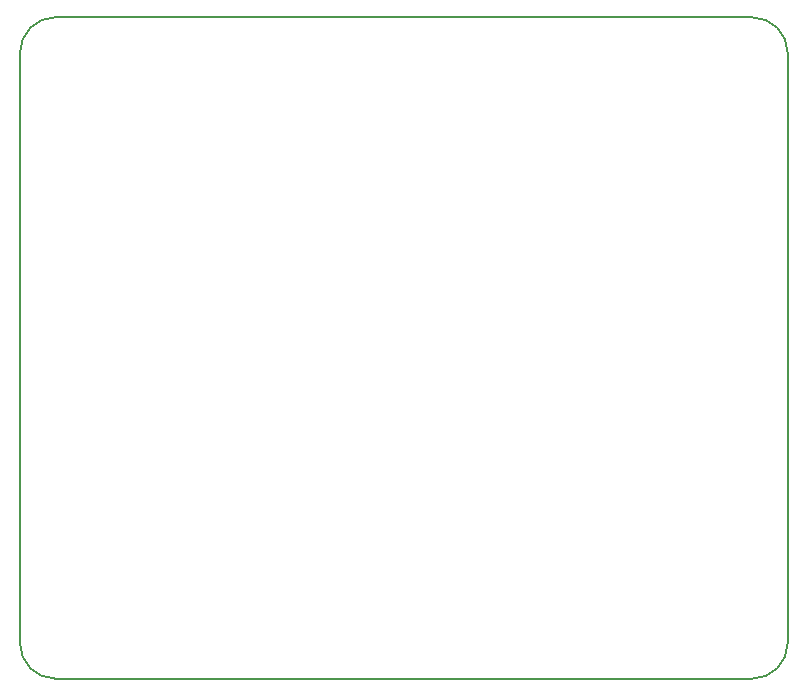
<source format=gbr>
%TF.GenerationSoftware,KiCad,Pcbnew,9.0.2+dfsg-1*%
%TF.CreationDate,2025-11-29T03:23:52-08:00*%
%TF.ProjectId,rc-plane,72632d70-6c61-46e6-952e-6b696361645f,rev?*%
%TF.SameCoordinates,Original*%
%TF.FileFunction,Profile,NP*%
%FSLAX46Y46*%
G04 Gerber Fmt 4.6, Leading zero omitted, Abs format (unit mm)*
G04 Created by KiCad (PCBNEW 9.0.2+dfsg-1) date 2025-11-29 03:23:52*
%MOMM*%
%LPD*%
G01*
G04 APERTURE LIST*
%TA.AperFunction,Profile*%
%ADD10C,0.127000*%
%TD*%
G04 APERTURE END LIST*
D10*
%TO.C,U10*%
X78000000Y-52000000D02*
X78000000Y-102000000D01*
X81000000Y-105000000D02*
X140000000Y-105000000D01*
X140000000Y-49000000D02*
X81000000Y-49000000D01*
X143000000Y-102000000D02*
X143000000Y-52000000D01*
X78000000Y-52000000D02*
G75*
G02*
X81000000Y-49000000I3000001J-1D01*
G01*
X81000000Y-105000000D02*
G75*
G02*
X78000000Y-102000000I3J3000003D01*
G01*
X140000000Y-49000000D02*
G75*
G02*
X143000000Y-52000000I0J-3000000D01*
G01*
X143000000Y-102000000D02*
G75*
G02*
X140000000Y-105000000I-3000000J0D01*
G01*
%TD*%
M02*

</source>
